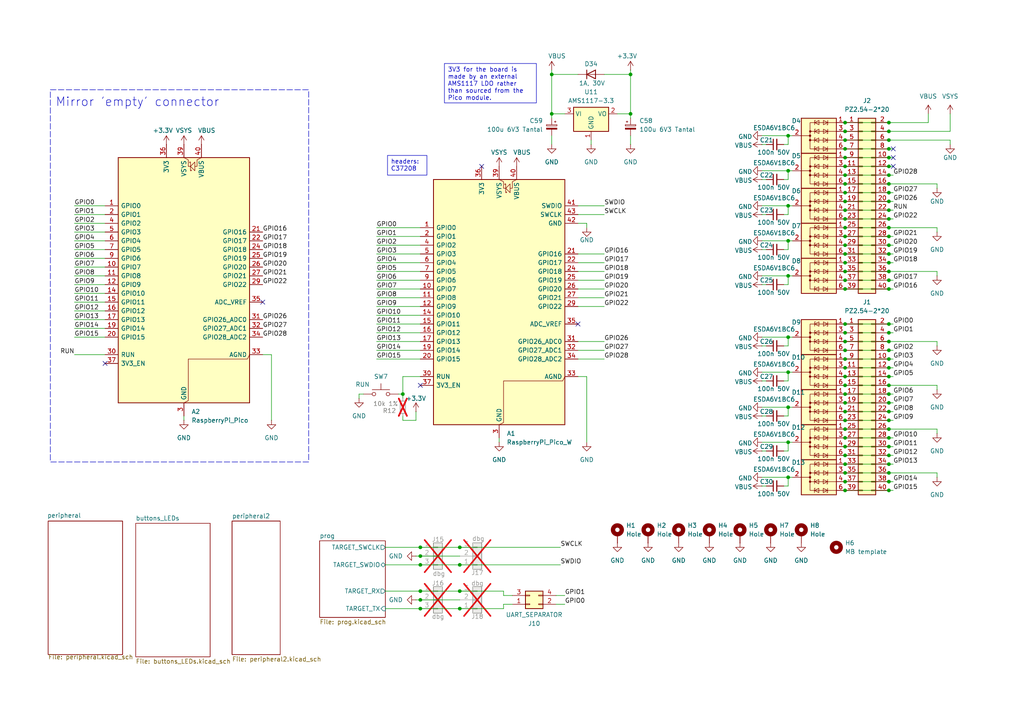
<source format=kicad_sch>
(kicad_sch (version 20231120) (generator "eeschema") (generator_version "8.0")
  (paper "A4")
  (junction (at 245.11 132.08))
  (junction (at 133.35 171.45))
  (junction (at 257.81 101.6))
  (junction (at 182.88 33.02))
  (junction (at 257.81 71.12))
  (junction (at 257.81 121.92))
  (junction (at 182.88 21.59))
  (junction (at 228.6 69.85))
  (junction (at 245.11 114.3))
  (junction (at 257.81 119.38))
  (junction (at 257.81 53.34))
  (junction (at 245.11 124.46))
  (junction (at 257.81 63.5))
  (junction (at 257.81 83.82))
  (junction (at 133.35 163.83))
  (junction (at 245.11 66.04))
  (junction (at 121.92 171.45))
  (junction (at 245.11 139.7))
  (junction (at 228.6 59.69))
  (junction (at 121.92 158.75))
  (junction (at 257.81 93.98))
  (junction (at 121.92 173.99))
  (junction (at 245.11 116.84))
  (junction (at 257.81 137.16))
  (junction (at 257.81 43.18))
  (junction (at 257.81 78.74))
  (junction (at 228.6 80.01))
  (junction (at 245.11 83.82))
  (junction (at 245.11 119.38))
  (junction (at 245.11 55.88))
  (junction (at 160.02 21.59))
  (junction (at 257.81 73.66))
  (junction (at 245.11 38.1))
  (junction (at 257.81 99.06))
  (junction (at 133.35 176.53))
  (junction (at 257.81 139.7))
  (junction (at 257.81 106.68))
  (junction (at 257.81 96.52))
  (junction (at 257.81 124.46))
  (junction (at 245.11 104.14))
  (junction (at 257.81 114.3))
  (junction (at 257.81 45.72))
  (junction (at 257.81 55.88))
  (junction (at 228.6 49.53))
  (junction (at 257.81 104.14))
  (junction (at 245.11 43.18))
  (junction (at 245.11 134.62))
  (junction (at 245.11 73.66))
  (junction (at 257.81 116.84))
  (junction (at 245.11 60.96))
  (junction (at 257.81 81.28))
  (junction (at 257.81 58.42))
  (junction (at 245.11 142.24))
  (junction (at 245.11 109.22))
  (junction (at 228.6 107.95))
  (junction (at 257.81 60.96))
  (junction (at 116.84 114.3))
  (junction (at 257.81 48.26))
  (junction (at 228.6 118.11))
  (junction (at 257.81 109.22))
  (junction (at 245.11 121.92))
  (junction (at 245.11 111.76))
  (junction (at 257.81 127))
  (junction (at 245.11 78.74))
  (junction (at 257.81 142.24))
  (junction (at 245.11 137.16))
  (junction (at 257.81 132.08))
  (junction (at 228.6 138.43))
  (junction (at 257.81 111.76))
  (junction (at 245.11 76.2))
  (junction (at 257.81 35.56))
  (junction (at 257.81 76.2))
  (junction (at 160.02 33.02))
  (junction (at 228.6 39.37))
  (junction (at 257.81 40.64))
  (junction (at 245.11 106.68))
  (junction (at 257.81 50.8))
  (junction (at 245.11 99.06))
  (junction (at 245.11 40.64))
  (junction (at 245.11 127))
  (junction (at 228.6 97.79))
  (junction (at 245.11 35.56))
  (junction (at 245.11 63.5))
  (junction (at 228.6 128.27))
  (junction (at 245.11 129.54))
  (junction (at 121.92 176.53))
  (junction (at 133.35 158.75))
  (junction (at 257.81 134.62))
  (junction (at 245.11 68.58))
  (junction (at 245.11 48.26))
  (junction (at 245.11 81.28))
  (junction (at 245.11 93.98))
  (junction (at 121.92 161.29))
  (junction (at 245.11 53.34))
  (junction (at 245.11 101.6))
  (junction (at 245.11 96.52))
  (junction (at 245.11 58.42))
  (junction (at 245.11 45.72))
  (junction (at 245.11 50.8))
  (junction (at 257.81 68.58))
  (junction (at 257.81 129.54))
  (junction (at 245.11 71.12))
  (junction (at 121.92 163.83))
  (junction (at 257.81 38.1))
  (junction (at 257.81 66.04))
  (no_connect (at 121.92 111.76))
  (no_connect (at 76.2 87.63))
  (no_connect (at 139.7 48.26))
  (no_connect (at 167.64 93.98))
  (no_connect (at 259.08 43.18))
  (no_connect (at 259.08 48.26))
  (no_connect (at 259.08 45.72))
  (no_connect (at 30.48 105.41))
  (wire (pts (xy 111.76 163.83) (xy 121.92 163.83)))
  (wire (pts (xy 220.98 107.95) (xy 228.6 107.95)))
  (wire (pts (xy 220.98 128.27) (xy 228.6 128.27)))
  (wire (pts (xy 245.11 93.98) (xy 257.81 93.98)))
  (wire (pts (xy 220.98 138.43) (xy 228.6 138.43)))
  (wire (pts (xy 257.81 134.62) (xy 259.08 134.62)))
  (wire (pts (xy 245.11 38.1) (xy 257.81 38.1)))
  (wire (pts (xy 245.11 45.72) (xy 257.81 45.72)))
  (wire (pts (xy 257.81 81.28) (xy 259.08 81.28)))
  (wire (pts (xy 257.81 106.68) (xy 259.08 106.68)))
  (wire (pts (xy 146.05 175.26) (xy 148.59 175.26)))
  (wire (pts (xy 175.26 62.23) (xy 167.64 62.23)))
  (wire (pts (xy 21.59 62.23) (xy 30.48 62.23)))
  (wire (pts (xy 257.81 55.88) (xy 259.08 55.88)))
  (wire (pts (xy 245.11 40.64) (xy 257.81 40.64)))
  (wire (pts (xy 257.81 68.58) (xy 259.08 68.58)))
  (wire (pts (xy 245.11 43.18) (xy 257.81 43.18)))
  (wire (pts (xy 160.02 21.59) (xy 160.02 33.02)))
  (wire (pts (xy 245.11 137.16) (xy 257.81 137.16)))
  (wire (pts (xy 257.81 109.22) (xy 259.08 109.22)))
  (wire (pts (xy 228.6 52.07) (xy 228.6 49.53)))
  (wire (pts (xy 21.59 59.69) (xy 30.48 59.69)))
  (wire (pts (xy 220.98 52.07) (xy 222.25 52.07)))
  (wire (pts (xy 228.6 100.33) (xy 228.6 97.79)))
  (wire (pts (xy 257.81 73.66) (xy 259.08 73.66)))
  (wire (pts (xy 109.22 83.82) (xy 121.92 83.82)))
  (wire (pts (xy 220.98 39.37) (xy 228.6 39.37)))
  (wire (pts (xy 245.11 96.52) (xy 257.81 96.52)))
  (wire (pts (xy 257.81 119.38) (xy 259.08 119.38)))
  (wire (pts (xy 257.81 99.06) (xy 271.78 99.06)))
  (wire (pts (xy 228.6 118.11) (xy 229.87 118.11)))
  (wire (pts (xy 228.6 69.85) (xy 229.87 69.85)))
  (wire (pts (xy 78.74 102.87) (xy 76.2 102.87)))
  (wire (pts (xy 245.11 63.5) (xy 257.81 63.5)))
  (wire (pts (xy 245.11 78.74) (xy 257.81 78.74)))
  (wire (pts (xy 115.57 114.3) (xy 116.84 114.3)))
  (wire (pts (xy 170.18 64.77) (xy 167.64 64.77)))
  (wire (pts (xy 21.59 77.47) (xy 30.48 77.47)))
  (wire (pts (xy 220.98 100.33) (xy 222.25 100.33)))
  (wire (pts (xy 220.98 49.53) (xy 228.6 49.53)))
  (wire (pts (xy 245.11 83.82) (xy 257.81 83.82)))
  (wire (pts (xy 245.11 132.08) (xy 257.81 132.08)))
  (wire (pts (xy 182.88 39.37) (xy 182.88 41.91)))
  (wire (pts (xy 228.6 107.95) (xy 229.87 107.95)))
  (wire (pts (xy 109.22 96.52) (xy 121.92 96.52)))
  (wire (pts (xy 179.07 33.02) (xy 182.88 33.02)))
  (wire (pts (xy 245.11 114.3) (xy 257.81 114.3)))
  (wire (pts (xy 245.11 116.84) (xy 257.81 116.84)))
  (wire (pts (xy 146.05 176.53) (xy 146.05 175.26)))
  (wire (pts (xy 220.98 130.81) (xy 222.25 130.81)))
  (wire (pts (xy 245.11 111.76) (xy 257.81 111.76)))
  (wire (pts (xy 245.11 66.04) (xy 257.81 66.04)))
  (wire (pts (xy 228.6 128.27) (xy 229.87 128.27)))
  (wire (pts (xy 21.59 102.87) (xy 30.48 102.87)))
  (wire (pts (xy 257.81 38.1) (xy 275.59 38.1)))
  (wire (pts (xy 227.33 120.65) (xy 228.6 120.65)))
  (wire (pts (xy 271.78 78.74) (xy 271.78 80.01)))
  (wire (pts (xy 245.11 109.22) (xy 257.81 109.22)))
  (wire (pts (xy 220.98 97.79) (xy 228.6 97.79)))
  (wire (pts (xy 245.11 142.24) (xy 257.81 142.24)))
  (wire (pts (xy 228.6 39.37) (xy 229.87 39.37)))
  (wire (pts (xy 245.11 127) (xy 257.81 127)))
  (wire (pts (xy 257.81 58.42) (xy 259.08 58.42)))
  (wire (pts (xy 228.6 138.43) (xy 229.87 138.43)))
  (wire (pts (xy 21.59 90.17) (xy 30.48 90.17)))
  (wire (pts (xy 133.35 158.75) (xy 162.56 158.75)))
  (wire (pts (xy 257.81 45.72) (xy 259.08 45.72)))
  (wire (pts (xy 228.6 72.39) (xy 228.6 69.85)))
  (wire (pts (xy 245.11 139.7) (xy 257.81 139.7)))
  (wire (pts (xy 271.78 53.34) (xy 271.78 54.61)))
  (wire (pts (xy 228.6 130.81) (xy 228.6 128.27)))
  (wire (pts (xy 228.6 59.69) (xy 229.87 59.69)))
  (wire (pts (xy 120.65 161.29) (xy 121.92 161.29)))
  (wire (pts (xy 271.78 66.04) (xy 271.78 67.31)))
  (wire (pts (xy 170.18 109.22) (xy 167.64 109.22)))
  (wire (pts (xy 275.59 40.64) (xy 275.59 41.91)))
  (wire (pts (xy 228.6 41.91) (xy 228.6 39.37)))
  (wire (pts (xy 121.92 158.75) (xy 133.35 158.75)))
  (wire (pts (xy 257.81 127) (xy 259.08 127)))
  (wire (pts (xy 109.22 66.04) (xy 121.92 66.04)))
  (wire (pts (xy 228.6 80.01) (xy 229.87 80.01)))
  (wire (pts (xy 104.14 115.57) (xy 104.14 114.3)))
  (wire (pts (xy 111.76 171.45) (xy 121.92 171.45)))
  (wire (pts (xy 245.11 124.46) (xy 257.81 124.46)))
  (wire (pts (xy 269.24 35.56) (xy 269.24 33.02)))
  (wire (pts (xy 227.33 52.07) (xy 228.6 52.07)))
  (wire (pts (xy 109.22 73.66) (xy 121.92 73.66)))
  (wire (pts (xy 245.11 71.12) (xy 257.81 71.12)))
  (wire (pts (xy 144.78 127) (xy 144.78 128.27)))
  (wire (pts (xy 257.81 78.74) (xy 271.78 78.74)))
  (wire (pts (xy 160.02 21.59) (xy 167.64 21.59)))
  (wire (pts (xy 257.81 96.52) (xy 259.08 96.52)))
  (wire (pts (xy 220.98 41.91) (xy 222.25 41.91)))
  (wire (pts (xy 227.33 41.91) (xy 228.6 41.91)))
  (wire (pts (xy 109.22 99.06) (xy 121.92 99.06)))
  (wire (pts (xy 257.81 142.24) (xy 259.08 142.24)))
  (wire (pts (xy 116.84 121.92) (xy 120.65 121.92)))
  (wire (pts (xy 167.64 81.28) (xy 175.26 81.28)))
  (wire (pts (xy 175.26 59.69) (xy 167.64 59.69)))
  (wire (pts (xy 257.81 83.82) (xy 259.08 83.82)))
  (wire (pts (xy 220.98 82.55) (xy 222.25 82.55)))
  (wire (pts (xy 167.64 104.14) (xy 175.26 104.14)))
  (wire (pts (xy 227.33 100.33) (xy 228.6 100.33)))
  (wire (pts (xy 111.76 176.53) (xy 121.92 176.53)))
  (wire (pts (xy 245.11 106.68) (xy 257.81 106.68)))
  (wire (pts (xy 116.84 120.65) (xy 116.84 121.92)))
  (wire (pts (xy 167.64 88.9) (xy 175.26 88.9)))
  (wire (pts (xy 133.35 163.83) (xy 162.56 163.83)))
  (wire (pts (xy 21.59 64.77) (xy 30.48 64.77)))
  (wire (pts (xy 111.76 158.75) (xy 121.92 158.75)))
  (wire (pts (xy 257.81 124.46) (xy 271.78 124.46)))
  (wire (pts (xy 21.59 74.93) (xy 30.48 74.93)))
  (wire (pts (xy 121.92 173.99) (xy 133.35 173.99)))
  (wire (pts (xy 104.14 114.3) (xy 105.41 114.3)))
  (wire (pts (xy 257.81 66.04) (xy 271.78 66.04)))
  (wire (pts (xy 228.6 140.97) (xy 228.6 138.43)))
  (wire (pts (xy 257.81 60.96) (xy 259.08 60.96)))
  (wire (pts (xy 167.64 83.82) (xy 175.26 83.82)))
  (wire (pts (xy 220.98 69.85) (xy 228.6 69.85)))
  (wire (pts (xy 245.11 53.34) (xy 257.81 53.34)))
  (wire (pts (xy 257.81 40.64) (xy 275.59 40.64)))
  (wire (pts (xy 228.6 97.79) (xy 229.87 97.79)))
  (wire (pts (xy 257.81 132.08) (xy 259.08 132.08)))
  (wire (pts (xy 227.33 140.97) (xy 228.6 140.97)))
  (wire (pts (xy 160.02 33.02) (xy 163.83 33.02)))
  (wire (pts (xy 245.11 104.14) (xy 257.81 104.14)))
  (wire (pts (xy 167.64 73.66) (xy 175.26 73.66)))
  (wire (pts (xy 109.22 104.14) (xy 121.92 104.14)))
  (wire (pts (xy 120.65 119.38) (xy 120.65 121.92)))
  (wire (pts (xy 245.11 134.62) (xy 257.81 134.62)))
  (wire (pts (xy 228.6 120.65) (xy 228.6 118.11)))
  (wire (pts (xy 109.22 78.74) (xy 121.92 78.74)))
  (wire (pts (xy 271.78 137.16) (xy 271.78 138.43)))
  (wire (pts (xy 271.78 124.46) (xy 271.78 125.73)))
  (wire (pts (xy 271.78 99.06) (xy 271.78 100.33)))
  (wire (pts (xy 257.81 104.14) (xy 259.08 104.14)))
  (wire (pts (xy 109.22 101.6) (xy 121.92 101.6)))
  (wire (pts (xy 257.81 114.3) (xy 259.08 114.3)))
  (wire (pts (xy 257.81 53.34) (xy 271.78 53.34)))
  (wire (pts (xy 167.64 86.36) (xy 175.26 86.36)))
  (wire (pts (xy 109.22 76.2) (xy 121.92 76.2)))
  (wire (pts (xy 245.11 73.66) (xy 257.81 73.66)))
  (wire (pts (xy 167.64 101.6) (xy 175.26 101.6)))
  (wire (pts (xy 220.98 80.01) (xy 228.6 80.01)))
  (wire (pts (xy 257.81 35.56) (xy 269.24 35.56)))
  (wire (pts (xy 257.81 121.92) (xy 259.08 121.92)))
  (wire (pts (xy 245.11 81.28) (xy 257.81 81.28)))
  (wire (pts (xy 160.02 39.37) (xy 160.02 41.91)))
  (wire (pts (xy 245.11 55.88) (xy 257.81 55.88)))
  (wire (pts (xy 182.88 33.02) (xy 182.88 34.29)))
  (wire (pts (xy 78.74 121.92) (xy 78.74 102.87)))
  (wire (pts (xy 161.29 172.72) (xy 163.83 172.72)))
  (wire (pts (xy 121.92 163.83) (xy 133.35 163.83)))
  (wire (pts (xy 160.02 33.02) (xy 160.02 34.29)))
  (wire (pts (xy 227.33 72.39) (xy 228.6 72.39)))
  (wire (pts (xy 109.22 91.44) (xy 121.92 91.44)))
  (wire (pts (xy 271.78 111.76) (xy 271.78 113.03)))
  (wire (pts (xy 245.11 76.2) (xy 257.81 76.2)))
  (wire (pts (xy 220.98 59.69) (xy 228.6 59.69)))
  (wire (pts (xy 161.29 175.26) (xy 163.83 175.26)))
  (wire (pts (xy 245.11 60.96) (xy 257.81 60.96)))
  (wire (pts (xy 257.81 43.18) (xy 259.08 43.18)))
  (wire (pts (xy 21.59 82.55) (xy 30.48 82.55)))
  (wire (pts (xy 245.11 101.6) (xy 257.81 101.6)))
  (wire (pts (xy 121.92 171.45) (xy 133.35 171.45)))
  (wire (pts (xy 116.84 114.3) (xy 116.84 115.57)))
  (wire (pts (xy 275.59 33.02) (xy 275.59 38.1)))
  (wire (pts (xy 109.22 88.9) (xy 121.92 88.9)))
  (wire (pts (xy 121.92 176.53) (xy 133.35 176.53)))
  (wire (pts (xy 228.6 82.55) (xy 228.6 80.01)))
  (wire (pts (xy 228.6 62.23) (xy 228.6 59.69)))
  (wire (pts (xy 109.22 71.12) (xy 121.92 71.12)))
  (wire (pts (xy 227.33 62.23) (xy 228.6 62.23)))
  (wire (pts (xy 245.11 121.92) (xy 257.81 121.92)))
  (wire (pts (xy 21.59 92.71) (xy 30.48 92.71)))
  (wire (pts (xy 245.11 68.58) (xy 257.81 68.58)))
  (wire (pts (xy 109.22 68.58) (xy 121.92 68.58)))
  (wire (pts (xy 257.81 48.26) (xy 259.08 48.26)))
  (wire (pts (xy 245.11 50.8) (xy 257.81 50.8)))
  (wire (pts (xy 220.98 140.97) (xy 222.25 140.97)))
  (wire (pts (xy 182.88 21.59) (xy 182.88 20.32)))
  (wire (pts (xy 21.59 80.01) (xy 30.48 80.01)))
  (wire (pts (xy 245.11 48.26) (xy 257.81 48.26)))
  (wire (pts (xy 21.59 67.31) (xy 30.48 67.31)))
  (wire (pts (xy 257.81 50.8) (xy 259.08 50.8)))
  (wire (pts (xy 160.02 20.32) (xy 160.02 21.59)))
  (wire (pts (xy 21.59 95.25) (xy 30.48 95.25)))
  (wire (pts (xy 133.35 176.53) (xy 146.05 176.53)))
  (wire (pts (xy 257.81 129.54) (xy 259.08 129.54)))
  (wire (pts (xy 175.26 21.59) (xy 182.88 21.59)))
  (wire (pts (xy 167.64 78.74) (xy 175.26 78.74)))
  (wire (pts (xy 227.33 110.49) (xy 228.6 110.49)))
  (wire (pts (xy 257.81 71.12) (xy 259.08 71.12)))
  (wire (pts (xy 245.11 58.42) (xy 257.81 58.42)))
  (wire (pts (xy 257.81 139.7) (xy 259.08 139.7)))
  (wire (pts (xy 120.65 173.99) (xy 121.92 173.99)))
  (wire (pts (xy 228.6 110.49) (xy 228.6 107.95)))
  (wire (pts (xy 257.81 63.5) (xy 259.08 63.5)))
  (wire (pts (xy 133.35 171.45) (xy 146.05 171.45)))
  (wire (pts (xy 21.59 85.09) (xy 30.48 85.09)))
  (wire (pts (xy 116.84 109.22) (xy 121.92 109.22)))
  (wire (pts (xy 228.6 49.53) (xy 229.87 49.53)))
  (wire (pts (xy 21.59 72.39) (xy 30.48 72.39)))
  (wire (pts (xy 146.05 171.45) (xy 146.05 172.72)))
  (wire (pts (xy 220.98 110.49) (xy 222.25 110.49)))
  (wire (pts (xy 109.22 86.36) (xy 121.92 86.36)))
  (wire (pts (xy 245.11 119.38) (xy 257.81 119.38)))
  (wire (pts (xy 21.59 69.85) (xy 30.48 69.85)))
  (wire (pts (xy 146.05 172.72) (xy 148.59 172.72)))
  (wire (pts (xy 227.33 130.81) (xy 228.6 130.81)))
  (wire (pts (xy 109.22 93.98) (xy 121.92 93.98)))
  (wire (pts (xy 167.64 76.2) (xy 175.26 76.2)))
  (wire (pts (xy 245.11 99.06) (xy 257.81 99.06)))
  (wire (pts (xy 257.81 93.98) (xy 259.08 93.98)))
  (wire (pts (xy 21.59 87.63) (xy 30.48 87.63)))
  (wire (pts (xy 220.98 62.23) (xy 222.25 62.23)))
  (wire (pts (xy 109.22 81.28) (xy 121.92 81.28)))
  (wire (pts (xy 182.88 33.02) (xy 182.88 21.59)))
  (wire (pts (xy 171.45 40.64) (xy 171.45 41.91)))
  (wire (pts (xy 121.92 161.29) (xy 133.35 161.29)))
  (wire (pts (xy 53.34 120.65) (xy 53.34 121.92)))
  (wire (pts (xy 170.18 128.27) (xy 170.18 109.22)))
  (wire (pts (xy 167.64 99.06) (xy 175.26 99.06)))
  (wire (pts (xy 170.18 66.04) (xy 170.18 64.77)))
  (wire (pts (xy 257.81 101.6) (xy 259.08 101.6)))
  (wire (pts (xy 245.11 35.56) (xy 257.81 35.56)))
  (wire (pts (xy 116.84 109.22) (xy 116.84 114.3)))
  (wire (pts (xy 21.59 97.79) (xy 30.48 97.79)))
  (wire (pts (xy 220.98 118.11) (xy 228.6 118.11)))
  (wire (pts (xy 227.33 82.55) (xy 228.6 82.55)))
  (wire (pts (xy 245.11 129.54) (xy 257.81 129.54)))
  (wire (pts (xy 220.98 72.39) (xy 222.25 72.39)))
  (wire (pts (xy 257.81 137.16) (xy 271.78 137.16)))
  (wire (pts (xy 220.98 120.65) (xy 222.25 120.65)))
  (wire (pts (xy 257.81 111.76) (xy 271.78 111.76)))
  (wire (pts (xy 257.81 76.2) (xy 259.08 76.2)))
  (wire (pts (xy 257.81 116.84) (xy 259.08 116.84)))
  (rectangle (start 14.605 26.035) (end 89.535 133.985) (stroke (width 0) (type dash)))
  (text_box "3V3 for the board is made by an external AMS1117 LDO rather than sourced from the Pico module." (at 128.905 18.415 0) (size 26.67 11.43) (effects (font (size 1.27 1.27)) (justify left top)))
  (text_box "headers: \nC37208" (at 112.395 45.085 0) (size 11.43 5.715) (effects (font (size 1.27 1.27)) (justify left top)))
  (text "Mirror 'empty' connector" (at 39.878 29.718 0) (effects (font (size 2.54 2.54))))
  (label "GPIO20" (at 259.08 71.12 0))
  (label "GPIO27" (at 259.08 55.88 0))
  (label "GPIO3" (at 109.22 73.66 0))
  (label "GPIO28" (at 259.08 50.8 0))
  (label "GPIO13" (at 259.08 134.62 0))
  (label "GPIO19" (at 76.2 74.93 0))
  (label "GPIO8" (at 109.22 86.36 0))
  (label "GPIO5" (at 109.22 78.74 0))
  (label "GPIO1" (at 259.08 96.52 0))
  (label "GPIO3" (at 21.59 67.31 0))
  (label "GPIO12" (at 21.59 90.17 0))
  (label "GPIO17" (at 76.2 69.85 0))
  (label "GPIO3" (at 259.08 104.14 0))
  (label "GPIO11" (at 21.59 87.63 0))
  (label "GPIO26" (at 175.26 99.06 0))
  (label "GPIO19" (at 175.26 81.28 0))
  (label "GPIO21" (at 175.26 86.36 0))
  (label "GPIO16" (at 76.2 67.31 0))
  (label "GPIO27" (at 76.2 95.25 0))
  (label "GPIO7" (at 21.59 77.47 0))
  (label "GPIO1" (at 163.83 172.72 0))
  (label "GPIO4" (at 109.22 76.2 0))
  (label "GPIO16" (at 175.26 73.66 0))
  (label "GPIO26" (at 76.2 92.71 0))
  (label "GPIO2" (at 109.22 71.12 0))
  (label "GPIO15" (at 259.08 142.24 0))
  (label "GPIO1" (at 21.59 62.23 0))
  (label "SWCLK" (at 175.26 62.23 0))
  (label "GPIO14" (at 109.22 101.6 0))
  (label "GPIO0" (at 259.08 93.98 0))
  (label "RUN" (at 259.08 60.96 0))
  (label "GPIO17" (at 259.08 81.28 0))
  (label "GPIO15" (at 109.22 104.14 0))
  (label "GPIO5" (at 259.08 109.22 0))
  (label "GPIO4" (at 259.08 106.68 0))
  (label "SWDIO" (at 162.56 163.83 0))
  (label "GPIO7" (at 259.08 116.84 0))
  (label "GPIO20" (at 175.26 83.82 0))
  (label "GPIO18" (at 175.26 78.74 0))
  (label "SWDIO" (at 175.26 59.69 0))
  (label "GPIO0" (at 109.22 66.04 0))
  (label "GPIO0" (at 21.59 59.69 0))
  (label "GPIO2" (at 259.08 101.6 0))
  (label "GPIO1" (at 109.22 68.58 0))
  (label "GPIO13" (at 109.22 99.06 0))
  (label "GPIO9" (at 21.59 82.55 0))
  (label "GPIO2" (at 21.59 64.77 0))
  (label "GPIO6" (at 259.08 114.3 0))
  (label "GPIO10" (at 21.59 85.09 0))
  (label "GPIO28" (at 76.2 97.79 0))
  (label "GPIO22" (at 175.26 88.9 0))
  (label "GPIO16" (at 259.08 83.82 0))
  (label "GPIO11" (at 109.22 93.98 0))
  (label "GPIO20" (at 76.2 77.47 0))
  (label "SWCLK" (at 162.56 158.75 0))
  (label "GPIO21" (at 259.08 68.58 0))
  (label "RUN" (at 21.59 102.87 180))
  (label "GPIO19" (at 259.08 73.66 0))
  (label "GPIO11" (at 259.08 129.54 0))
  (label "GPIO12" (at 259.08 132.08 0))
  (label "GPIO18" (at 76.2 72.39 0))
  (label "GPIO14" (at 21.59 95.25 0))
  (label "GPIO17" (at 175.26 76.2 0))
  (label "GPIO22" (at 76.2 82.55 0))
  (label "GPIO6" (at 109.22 81.28 0))
  (label "GPIO21" (at 76.2 80.01 0))
  (label "GPIO14" (at 259.08 139.7 0))
  (label "GPIO10" (at 259.08 127 0))
  (label "GPIO4" (at 21.59 69.85 0))
  (label "GPIO15" (at 21.59 97.79 0))
  (label "GPIO12" (at 109.22 96.52 0))
  (label "GPIO0" (at 163.83 175.26 0))
  (label "GPIO18" (at 259.08 76.2 0))
  (label "GPIO8" (at 259.08 119.38 0))
  (label "GPIO6" (at 21.59 74.93 0))
  (label "GPIO26" (at 259.08 58.42 0))
  (label "GPIO13" (at 21.59 92.71 0))
  (label "GPIO9" (at 109.22 88.9 0))
  (label "GPIO7" (at 109.22 83.82 0))
  (label "GPIO9" (at 259.08 121.92 0))
  (label "GPIO10" (at 109.22 91.44 0))
  (label "GPIO27" (at 175.26 101.6 0))
  (label "GPIO22" (at 259.08 63.5 0))
  (label "GPIO8" (at 21.59 80.01 0))
  (label "GPIO5" (at 21.59 72.39 0))
  (label "GPIO28" (at 175.26 104.14 0))
  (symbol (lib_id "Mechanical:MountingHole_Pad") (at 187.96 154.94 0) (unit 1) (exclude_from_sim yes) (in_bom no)
    (property "Reference" "H2" (at 190.5 152.3999 0) (effects (justify left)))
    (property "Value" "Hole" (at 190.5 154.9399 0) (effects (justify left)))
    (property "Footprint" "MountingHole:MountingHole_3.2mm_M3_Pad_Via" (effects (hide yes)))
    (property "Description" "Mounting Hole with connection" (effects (hide yes)))
  )
  (symbol (lib_id "Connector_Generic:Conn_02x20_Odd_Even") (at 250.19 58.42 0) (unit 1)
    (property "Reference" "J2" (at 251.46 29.21 0))
    (property "Value" "PZ2.54-2*20" (at 251.46 31.75 0))
    (property "Footprint" "Connector_PinHeader_2.54mm:PinHeader_2x20_P2.54mm_Vertical" (effects (hide yes)))
    (property "Description" "Generic connector, double row, 02x20, odd/even pin numbering scheme (row 1 odd numbers, row 2 even numbers), script generated (kicad-library-utils/schlib/autogen/connector/)" (effects (hide yes)))
    (property "jlc" "C5224014" (effects (hide yes)))
  )
  (symbol (lib_id "power:GND") (at 53.34 121.92 0) (unit 1)
    (property "Reference" "#PWR025" (effects (hide yes)))
    (property "Value" "GND" (at 53.34 127 0))
    (property "Description" "Power symbol creates a global label with name \"GND\" , ground" (effects (hide yes)))
  )
  (symbol (lib_id "MCU_Module_RaspberryPi_Pico:RaspberryPi_Pico") (at 53.34 82.55 0) (unit 1)
    (property "Reference" "A2" (at 55.5341 119.38 0) (effects (justify left)))
    (property "Value" "RaspberryPi_Pico" (at 55.5341 121.92 0) (effects (justify left)))
    (property "Footprint" "Module_RaspberryPi_Pico:RaspberryPi_Pico_Common" (effects (hide yes)))
    (property "Datasheet" "https://datasheets.raspberrypi.com/pico/pico-datasheet.pdf" (effects (hide yes)))
    (property "Description" "Versatile and inexpensive microcontroller module powered by RP2040 dual-core Arm Cortex-M0+ processor up to 133 MHz, 264kB SRAM, 2MB QSPI flash" (effects (hide yes)))
  )
  (symbol (lib_id "MCU_Module_RaspberryPi_Pico:RaspberryPi_Pico_W") (at 144.78 88.9 0) (unit 1) (in_bom no)
    (property "Reference" "A1" (at 146.9741 125.73 0) (effects (justify left)))
    (property "Value" "RaspberryPi_Pico_W" (at 146.9741 128.27 0) (effects (justify left)))
    (property "Footprint" "Module_RaspberryPi_Pico:RaspberryPi_Pico_Common" (effects (hide yes)))
    (property "Datasheet" "https://datasheets.raspberrypi.com/picow/pico-w-datasheet.pdf" (effects (hide yes)))
    (property "Description" "Versatile and inexpensive wireless microcontroller module powered by RP2040 dual-core Arm Cortex-M0+ processor up to 133 MHz, 264kB SRAM, 2MB QSPI flash, Infineon CYW43439 2.4GHz 802.11n wireless LAN" (effects (hide yes)))
  )
  (symbol (lib_name "ESDA6V1BC6_1") (lib_id "Power_Protection:ESDA6V1BC6") (at 237.49 107.95 270) (unit 1)
    (property "Reference" "D10" (at 229.616 103.632 90) (effects (justify left)))
    (property "Value" "ESDA6V1BC6" (at 218.44 105.664 90) (effects (justify left)))
    (property "Footprint" "Package_TO_SOT_SMD:SOT-23-6" (effects (hide yes)))
    (property "Datasheet" "http://www.st.com/content/ccc/resource/technical/document/datasheet/21/07/21/e3/a8/df/42/a2/CD00001906.pdf/files/CD00001906.pdf/jcr:content/translations/en.CD00001906.pdf" (effects (hide yes)))
    (property "M" "ST" (effects (hide yes)))
    (property "MPN" "ESDA6V1BC6" (effects (hide yes)))
    (property "jlc" "C495220" (effects (hide yes)))
  )
  (symbol (lib_id "Connector_Generic:Conn_01x03") (at 138.43 161.29 0) (mirror x) (unit 1) (dnp yes)
    (property "Reference" "J17" (at 136.652 166.116 0) (effects (justify left)))
    (property "Value" "dbg" (at 136.906 156.21 0) (effects (justify left)))
    (property "Footprint" "Connector_JST:JST_SH_BM03B-SRSS-TB_1x03-1MP_P1.00mm_Vertical" (effects (hide yes)))
    (property "Description" "Generic connector, single row, 01x03, script generated (kicad-library-utils/schlib/autogen/connector/)" (effects (hide yes)))
  )
  (symbol (lib_id "power:GND") (at 271.78 113.03 0) (unit 1)
    (property "Reference" "#PWR02" (effects (hide yes)))
    (property "Value" "GND" (at 271.78 118.11 0))
    (property "Description" "Power symbol creates a global label with name \"GND\" , ground" (effects (hide yes)))
  )
  (symbol (lib_id "Mechanical:MountingHole_Pad") (at 223.52 154.94 0) (unit 1) (exclude_from_sim yes) (in_bom no)
    (property "Reference" "H7" (at 226.06 152.3999 0) (effects (justify left)))
    (property "Value" "Hole" (at 226.06 154.9399 0) (effects (justify left)))
    (property "Footprint" "MountingHole:MountingHole_3.2mm_M3_Pad_Via" (effects (hide yes)))
    (property "Description" "Mounting Hole with connection" (effects (hide yes)))
  )
  (symbol (lib_id "Device:C_Small") (at 224.79 82.55 90) (unit 1)
    (property "Reference" "C25" (at 224.282 81.28 90) (effects (justify left)))
    (property "Value" "100n 50V" (at 229.108 84.836 90) (effects (justify left)))
    (property "Footprint" "Capacitor_SMD:C_0603_1608Metric_Pad1.08x0.95mm_HandSolder" (effects (hide yes)))
  )
  (symbol (lib_id "Device:C_Polarized_Small") (at 182.88 36.83 0) (unit 1)
    (property "Reference" "C58" (at 185.42 35.0138 0) (effects (justify left)))
    (property "Value" "100u 6V3 Tantal" (at 185.42 37.5538 0) (effects (justify left)))
    (property "Footprint" "Capacitor_Tantalum_SMD:CP_EIA-3528-21_Kemet-B_Pad1.50x2.35mm_HandSolder" (effects (hide yes)))
    (property "Description" "Polarized capacitor, small symbol" (effects (hide yes)))
    (property "jlc" "C16133" (effects (hide yes)))
  )
  (symbol (lib_name "ESDA6V1BC6_1") (lib_id "Power_Protection:ESDA6V1BC6") (at 237.49 118.11 270) (unit 1)
    (property "Reference" "D11" (at 229.616 113.792 90) (effects (justify left)))
    (property "Value" "ESDA6V1BC6" (at 218.44 115.824 90) (effects (justify left)))
    (property "Footprint" "Package_TO_SOT_SMD:SOT-23-6" (effects (hide yes)))
    (property "Datasheet" "http://www.st.com/content/ccc/resource/technical/document/datasheet/21/07/21/e3/a8/df/42/a2/CD00001906.pdf/files/CD00001906.pdf/jcr:content/translations/en.CD00001906.pdf" (effects (hide yes)))
    (property "M" "ST" (effects (hide yes)))
    (property "MPN" "ESDA6V1BC6" (effects (hide yes)))
    (property "jlc" "C495220" (effects (hide yes)))
  )
  (symbol (lib_id "power:GND") (at 144.78 128.27 0) (unit 1)
    (property "Reference" "#PWR05" (effects (hide yes)))
    (property "Value" "GND" (at 144.78 133.35 0))
    (property "Description" "Power symbol creates a global label with name \"GND\" , ground" (effects (hide yes)))
  )
  (symbol (lib_id "Device:C_Small") (at 224.79 100.33 90) (unit 1)
    (property "Reference" "C26" (at 224.282 99.06 90) (effects (justify left)))
    (property "Value" "100n 50V" (at 229.108 102.616 90) (effects (justify left)))
    (property "Footprint" "Capacitor_SMD:C_0603_1608Metric_Pad1.08x0.95mm_HandSolder" (effects (hide yes)))
  )
  (symbol (lib_id "Device:C_Small") (at 224.79 110.49 90) (unit 1)
    (property "Reference" "C27" (at 224.282 109.22 90) (effects (justify left)))
    (property "Value" "100n 50V" (at 229.108 112.776 90) (effects (justify left)))
    (property "Footprint" "Capacitor_SMD:C_0603_1608Metric_Pad1.08x0.95mm_HandSolder" (effects (hide yes)))
  )
  (symbol (lib_id "power:VBUS") (at 220.98 72.39 90) (unit 1)
    (property "Reference" "#PWR078" (effects (hide yes)))
    (property "Value" "VBUS" (at 215.646 72.644 90))
    (property "Description" "Power symbol creates a global label with name \"VBUS\"" (effects (hide yes)))
  )
  (symbol (lib_name "ESDA6V1BC6_1") (lib_id "Power_Protection:ESDA6V1BC6") (at 237.49 80.01 270) (unit 1)
    (property "Reference" "D8" (at 229.616 75.692 90) (effects (justify left)))
    (property "Value" "ESDA6V1BC6" (at 218.44 77.724 90) (effects (justify left)))
    (property "Footprint" "Package_TO_SOT_SMD:SOT-23-6" (effects (hide yes)))
    (property "Datasheet" "http://www.st.com/content/ccc/resource/technical/document/datasheet/21/07/21/e3/a8/df/42/a2/CD00001906.pdf/files/CD00001906.pdf/jcr:content/translations/en.CD00001906.pdf" (effects (hide yes)))
    (property "M" "ST" (effects (hide yes)))
    (property "MPN" "ESDA6V1BC6" (effects (hide yes)))
    (property "jlc" "C495220" (effects (hide yes)))
  )
  (symbol (lib_id "power:VBUS") (at 149.86 48.26 0) (unit 1)
    (property "Reference" "#PWR013" (effects (hide yes)))
    (property "Value" "VBUS" (at 151.384 44.196 0))
    (property "Description" "Power symbol creates a global label with name \"VBUS\"" (effects (hide yes)))
  )
  (symbol (lib_id "power:GND") (at 179.07 157.48 0) (unit 1)
    (property "Reference" "#PWR0189" (effects (hide yes)))
    (property "Value" "GND" (at 179.07 162.56 0))
    (property "Description" "Power symbol creates a global label with name \"GND\" , ground" (effects (hide yes)))
  )
  (symbol (lib_id "power:GND") (at 78.74 121.92 0) (unit 1)
    (property "Reference" "#PWR026" (effects (hide yes)))
    (property "Value" "GND" (at 78.74 127 0))
    (property "Description" "Power symbol creates a global label with name \"GND\" , ground" (effects (hide yes)))
  )
  (symbol (lib_name "ESDA6V1BC6_1") (lib_id "Power_Protection:ESDA6V1BC6") (at 237.49 97.79 270) (unit 1)
    (property "Reference" "D9" (at 229.616 93.472 90) (effects (justify left)))
    (property "Value" "ESDA6V1BC6" (at 218.44 95.504 90) (effects (justify left)))
    (property "Footprint" "Package_TO_SOT_SMD:SOT-23-6" (effects (hide yes)))
    (property "Datasheet" "http://www.st.com/content/ccc/resource/technical/document/datasheet/21/07/21/e3/a8/df/42/a2/CD00001906.pdf/files/CD00001906.pdf/jcr:content/translations/en.CD00001906.pdf" (effects (hide yes)))
    (property "M" "ST" (effects (hide yes)))
    (property "MPN" "ESDA6V1BC6" (effects (hide yes)))
    (property "jlc" "C495220" (effects (hide yes)))
  )
  (symbol (lib_id "power:GND") (at 220.98 107.95 270) (unit 1)
    (property "Reference" "#PWR083" (effects (hide yes)))
    (property "Value" "GND" (at 216.154 108.204 90))
    (property "Description" "Power symbol creates a global label with name \"GND\" , ground" (effects (hide yes)))
  )
  (symbol (lib_id "Mechanical:MountingHole_Pad") (at 214.63 154.94 0) (unit 1) (exclude_from_sim yes) (in_bom no)
    (property "Reference" "H5" (at 217.17 152.3999 0) (effects (justify left)))
    (property "Value" "Hole" (at 217.17 154.9399 0) (effects (justify left)))
    (property "Footprint" "MountingHole:MountingHole_3.2mm_M3_Pad_Via" (effects (hide yes)))
    (property "Description" "Mounting Hole with connection" (effects (hide yes)))
  )
  (symbol (lib_name "ESDA6V1BC6_1") (lib_id "Power_Protection:ESDA6V1BC6") (at 237.49 69.85 270) (unit 1)
    (property "Reference" "D7" (at 229.616 65.532 90) (effects (justify left)))
    (property "Value" "ESDA6V1BC6" (at 218.44 67.564 90) (effects (justify left)))
    (property "Footprint" "Package_TO_SOT_SMD:SOT-23-6" (effects (hide yes)))
    (property "Datasheet" "http://www.st.com/content/ccc/resource/technical/document/datasheet/21/07/21/e3/a8/df/42/a2/CD00001906.pdf/files/CD00001906.pdf/jcr:content/translations/en.CD00001906.pdf" (effects (hide yes)))
    (property "M" "ST" (effects (hide yes)))
    (property "MPN" "ESDA6V1BC6" (effects (hide yes)))
    (property "jlc" "C495220" (effects (hide yes)))
  )
  (symbol (lib_id "power:GND") (at 160.02 41.91 0) (unit 1)
    (property "Reference" "#PWR0196" (effects (hide yes)))
    (property "Value" "GND" (at 160.02 46.99 0))
    (property "Description" "Power symbol creates a global label with name \"GND\" , ground" (effects (hide yes)))
  )
  (symbol (lib_id "power:GND") (at 120.65 161.29 270) (unit 1)
    (property "Reference" "#PWR0187" (effects (hide yes)))
    (property "Value" "GND" (at 116.84 161.2899 90) (effects (justify right)))
    (property "Description" "Power symbol creates a global label with name \"GND\" , ground" (effects (hide yes)))
  )
  (symbol (lib_id "power:VBUS") (at 220.98 120.65 90) (unit 1)
    (property "Reference" "#PWR086" (effects (hide yes)))
    (property "Value" "VBUS" (at 215.646 120.904 90))
    (property "Description" "Power symbol creates a global label with name \"VBUS\"" (effects (hide yes)))
  )
  (symbol (lib_id "Mechanical:MountingHole_Pad") (at 196.85 154.94 0) (unit 1) (exclude_from_sim yes) (in_bom no)
    (property "Reference" "H3" (at 199.39 152.3999 0) (effects (justify left)))
    (property "Value" "Hole" (at 199.39 154.9399 0) (effects (justify left)))
    (property "Footprint" "MountingHole:MountingHole_3.2mm_M3_Pad_Via" (effects (hide yes)))
    (property "Description" "Mounting Hole with connection" (effects (hide yes)))
  )
  (symbol (lib_id "Connector_Generic:Conn_01x03") (at 127 161.29 0) (unit 1) (dnp yes)
    (property "Reference" "J15" (at 125.222 156.464 0) (effects (justify left)))
    (property "Value" "dbg" (at 125.476 166.37 0) (effects (justify left)))
    (property "Footprint" "Connector_JST:JST_SH_BM03B-SRSS-TB_1x03-1MP_P1.00mm_Vertical" (effects (hide yes)))
    (property "Description" "Generic connector, single row, 01x03, script generated (kicad-library-utils/schlib/autogen/connector/)" (effects (hide yes)))
  )
  (symbol (lib_id "power:GND") (at 104.14 115.57 0) (unit 1)
    (property "Reference" "#PWR093" (effects (hide yes)))
    (property "Value" "GND" (at 104.14 120.65 0))
    (property "Description" "Power symbol creates a global label with name \"GND\" , ground" (effects (hide yes)))
  )
  (symbol (lib_id "Device:C_Small") (at 224.79 62.23 90) (unit 1)
    (property "Reference" "C23" (at 224.282 60.96 90) (effects (justify left)))
    (property "Value" "100n 50V" (at 229.108 64.516 90) (effects (justify left)))
    (property "Footprint" "Capacitor_SMD:C_0603_1608Metric_Pad1.08x0.95mm_HandSolder" (effects (hide yes)))
  )
  (symbol (lib_id "power:VBUS") (at 269.24 33.02 0) (unit 1)
    (property "Reference" "#PWR07" (effects (hide yes)))
    (property "Value" "VBUS" (at 269.24 27.94 0))
    (property "Description" "Power symbol creates a global label with name \"VBUS\"" (effects (hide yes)))
  )
  (symbol (lib_id "power:VBUS") (at 220.98 41.91 90) (unit 1)
    (property "Reference" "#PWR071" (effects (hide yes)))
    (property "Value" "VBUS" (at 215.646 42.164 90))
    (property "Description" "Power symbol creates a global label with name \"VBUS\"" (effects (hide yes)))
  )
  (symbol (lib_id "power:GND") (at 220.98 69.85 270) (unit 1)
    (property "Reference" "#PWR077" (effects (hide yes)))
    (property "Value" "GND" (at 216.154 70.104 90))
    (property "Description" "Power symbol creates a global label with name \"GND\" , ground" (effects (hide yes)))
  )
  (symbol (lib_id "power:GND") (at 220.98 97.79 270) (unit 1)
    (property "Reference" "#PWR081" (effects (hide yes)))
    (property "Value" "GND" (at 216.154 98.044 90))
    (property "Description" "Power symbol creates a global label with name \"GND\" , ground" (effects (hide yes)))
  )
  (symbol (lib_id "power:GND") (at 220.98 39.37 270) (unit 1)
    (property "Reference" "#PWR072" (effects (hide yes)))
    (property "Value" "GND" (at 216.154 39.624 90))
    (property "Description" "Power symbol creates a global label with name \"GND\" , ground" (effects (hide yes)))
  )
  (symbol (lib_id "power:GND") (at 205.74 157.48 0) (unit 1)
    (property "Reference" "#PWR0192" (effects (hide yes)))
    (property "Value" "GND" (at 205.74 162.56 0))
    (property "Description" "Power symbol creates a global label with name \"GND\" , ground" (effects (hide yes)))
  )
  (symbol (lib_name "ESDA6V1BC6_1") (lib_id "Power_Protection:ESDA6V1BC6") (at 237.49 59.69 270) (unit 1)
    (property "Reference" "D6" (at 229.616 55.372 90) (effects (justify left)))
    (property "Value" "ESDA6V1BC6" (at 218.44 57.404 90) (effects (justify left)))
    (property "Footprint" "Package_TO_SOT_SMD:SOT-23-6" (effects (hide yes)))
    (property "Datasheet" "http://www.st.com/content/ccc/resource/technical/document/datasheet/21/07/21/e3/a8/df/42/a2/CD00001906.pdf/files/CD00001906.pdf/jcr:content/translations/en.CD00001906.pdf" (effects (hide yes)))
    (property "M" "ST" (effects (hide yes)))
    (property "MPN" "ESDA6V1BC6" (effects (hide yes)))
    (property "jlc" "C495220" (effects (hide yes)))
  )
  (symbol (lib_id "Device:C_Small") (at 224.79 72.39 90) (unit 1)
    (property "Reference" "C24" (at 224.282 71.12 90) (effects (justify left)))
    (property "Value" "100n 50V" (at 229.108 74.676 90) (effects (justify left)))
    (property "Footprint" "Capacitor_SMD:C_0603_1608Metric_Pad1.08x0.95mm_HandSolder" (effects (hide yes)))
  )
  (symbol (lib_id "Device:R_Small") (at 116.84 118.11 0) (unit 1) (dnp yes)
    (property "Reference" "R12" (at 110.998 119.126 0) (effects (justify left)))
    (property "Value" "10k 1%" (at 108.204 117.094 0) (effects (justify left)))
    (property "Footprint" "Resistor_SMD:R_0603_1608Metric_Pad0.98x0.95mm_HandSolder" (effects (hide yes)))
  )
  (symbol (lib_name "ESDA6V1BC6_1") (lib_id "Power_Protection:ESDA6V1BC6") (at 237.49 39.37 270) (unit 1)
    (property "Reference" "D4" (at 229.616 35.052 90) (effects (justify left)))
    (property "Value" "ESDA6V1BC6" (at 218.44 37.084 90) (effects (justify left)))
    (property "Footprint" "Package_TO_SOT_SMD:SOT-23-6" (effects (hide yes)))
    (property "Datasheet" "http://www.st.com/content/ccc/resource/technical/document/datasheet/21/07/21/e3/a8/df/42/a2/CD00001906.pdf/files/CD00001906.pdf/jcr:content/translations/en.CD00001906.pdf" (effects (hide yes)))
    (property "M" "ST" (effects (hide yes)))
    (property "MPN" "ESDA6V1BC6" (effects (hide yes)))
    (property "jlc" "C495220" (effects (hide yes)))
  )
  (symbol (lib_id "power:GND") (at 271.78 67.31 0) (unit 1)
    (property "Reference" "#PWR011" (effects (hide yes)))
    (property "Value" "GND" (at 271.78 72.39 0))
    (property "Description" "Power symbol creates a global label with name \"GND\" , ground" (effects (hide yes)))
  )
  (symbol (lib_id "power:VCC") (at 53.34 41.91 0) (unit 1)
    (property "Reference" "#PWR028" (effects (hide yes)))
    (property "Value" "VSYS" (at 53.34 37.846 0))
    (property "Description" "Power symbol creates a global label with name \"VCC\"" (effects (hide yes)))
  )
  (symbol (lib_id "Device:C_Small") (at 224.79 130.81 90) (unit 1)
    (property "Reference" "C29" (at 224.282 129.54 90) (effects (justify left)))
    (property "Value" "100n 50V" (at 229.108 133.096 90) (effects (justify left)))
    (property "Footprint" "Capacitor_SMD:C_0603_1608Metric_Pad1.08x0.95mm_HandSolder" (effects (hide yes)))
  )
  (symbol (lib_id "Connector_Generic:Conn_02x20_Odd_Even") (at 250.19 116.84 0) (unit 1)
    (property "Reference" "J1" (at 251.46 87.63 0))
    (property "Value" "PZ2.54-2*20" (at 251.46 90.17 0))
    (property "Footprint" "Connector_PinHeader_2.54mm:PinHeader_2x20_P2.54mm_Vertical" (effects (hide yes)))
    (property "Description" "Generic connector, double row, 02x20, odd/even pin numbering scheme (row 1 odd numbers, row 2 even numbers), script generated (kicad-library-utils/schlib/autogen/connector/)" (effects (hide yes)))
    (property "jlc" "C5224014" (effects (hide yes)))
  )
  (symbol (lib_id "power:GND") (at 187.96 157.48 0) (unit 1)
    (property "Reference" "#PWR0190" (effects (hide yes)))
    (property "Value" "GND" (at 187.96 162.56 0))
    (property "Description" "Power symbol creates a global label with name \"GND\" , ground" (effects (hide yes)))
  )
  (symbol (lib_id "power:GND") (at 170.18 66.04 0) (unit 1)
    (property "Reference" "#PWR017" (effects (hide yes)))
    (property "Value" "GND" (at 170.18 69.596 0))
    (property "Description" "Power symbol creates a global label with name \"GND\" , ground" (effects (hide yes)))
  )
  (symbol (lib_id "power:GND") (at 170.18 128.27 0) (unit 1)
    (property "Reference" "#PWR06" (effects (hide yes)))
    (property "Value" "GND" (at 170.18 133.35 0))
    (property "Description" "Power symbol creates a global label with name \"GND\" , ground" (effects (hide yes)))
  )
  (symbol (lib_id "Device:C_Small") (at 224.79 41.91 90) (unit 1)
    (property "Reference" "C21" (at 224.282 40.64 90) (effects (justify left)))
    (property "Value" "100n 50V" (at 229.108 44.196 90) (effects (justify left)))
    (property "Footprint" "Capacitor_SMD:C_0603_1608Metric_Pad1.08x0.95mm_HandSolder" (effects (hide yes)))
  )
  (symbol (lib_id "Mechanical:MountingHole_Pad") (at 232.41 154.94 0) (unit 1) (exclude_from_sim yes) (in_bom no)
    (property "Reference" "H8" (at 234.95 152.3999 0) (effects (justify left)))
    (property "Value" "Hole" (at 234.95 154.9399 0) (effects (justify left)))
    (property "Footprint" "MountingHole:MountingHole_3.2mm_M3_Pad_Via" (effects (hide yes)))
    (property "Description" "Mounting Hole with connection" (effects (hide yes)))
  )
  (symbol (lib_id "Device:D") (at 171.45 21.59 0) (unit 1)
    (property "Reference" "D34" (at 171.45 18.542 0))
    (property "Value" "1A, 30V" (at 171.704 24.13 0))
    (property "Footprint" "Diode_SMD:D_PowerDI-123" (effects (hide yes)))
    (property "Datasheet" "https://www.diodes.com/assets/Datasheets/ds30445.pdf" (effects (hide yes)))
    (property "Description" "Diode" (effects (hide yes)))
    (property "M" "Diodes Incorporated" (effects (hide yes)))
    (property "MPN" "DFLS130-7" (effects (hide yes)))
    (property "jlc" "C150474" (effects (hide yes)))
  )
  (symbol (lib_id "power:VBUS") (at 220.98 110.49 90) (unit 1)
    (property "Reference" "#PWR084" (effects (hide yes)))
    (property "Value" "VBUS" (at 215.646 110.744 90))
    (property "Description" "Power symbol creates a global label with name \"VBUS\"" (effects (hide yes)))
  )
  (symbol (lib_id "Switch:SW_Push") (at 110.49 114.3 0) (unit 1)
    (property "Reference" "SW7" (at 110.49 109.22 0))
    (property "Value" "RUN" (at 105.156 111.506 0))
    (property "Footprint" "Button_Switch_SMD:SW_SPST_B3U-1000P" (effects (hide yes)))
    (property "jlc" "C231329" (effects (hide yes)))
  )
  (symbol (lib_id "Mechanical:MountingHole_Pad") (at 179.07 154.94 0) (unit 1) (exclude_from_sim yes) (in_bom no)
    (property "Reference" "H1" (at 181.61 152.3999 0) (effects (justify left)))
    (property "Value" "Hole" (at 181.61 154.9399 0) (effects (justify left)))
    (property "Footprint" "MountingHole:MountingHole_3.2mm_M3_Pad_Via" (effects (hide yes)))
    (property "Description" "Mounting Hole with connection" (effects (hide yes)))
  )
  (symbol (lib_id "power:GND") (at 271.78 80.01 0) (unit 1)
    (property "Reference" "#PWR012" (effects (hide yes)))
    (property "Value" "GND" (at 271.78 85.09 0))
    (property "Description" "Power symbol creates a global label with name \"GND\" , ground" (effects (hide yes)))
  )
  (symbol (lib_id "power:GND") (at 220.98 80.01 270) (unit 1)
    (property "Reference" "#PWR079" (effects (hide yes)))
    (property "Value" "GND" (at 216.154 80.264 90))
    (property "Description" "Power symbol creates a global label with name \"GND\" , ground" (effects (hide yes)))
  )
  (symbol (lib_id "Connector_Generic:Conn_02x02_Odd_Even") (at 153.67 175.26 0) (mirror x) (unit 1)
    (property "Reference" "J10" (at 154.94 180.848 0))
    (property "Value" "UART_SEPARATOR" (at 154.94 178.308 0))
    (property "Footprint" "Connector_PinHeader_2.54mm:PinHeader_2x02_P2.54mm_Vertical" (effects (hide yes)))
    (property "Description" "Generic connector, double row, 02x02, odd/even pin numbering scheme (row 1 odd numbers, row 2 even numbers), script generated (kicad-library-utils/schlib/autogen/connector/)" (effects (hide yes)))
  )
  (symbol (lib_id "Device:C_Small") (at 224.79 52.07 90) (unit 1)
    (property "Reference" "C22" (at 224.282 50.8 90) (effects (justify left)))
    (property "Value" "100n 50V" (at 229.108 54.356 90) (effects (justify left)))
    (property "Footprint" "Capacitor_SMD:C_0603_1608Metric_Pad1.08x0.95mm_HandSolder" (effects (hide yes)))
  )
  (symbol (lib_name "ESDA6V1BC6_1") (lib_id "Power_Protection:ESDA6V1BC6") (at 237.49 128.27 270) (unit 1)
    (property "Reference" "D12" (at 229.616 123.952 90) (effects (justify left)))
    (property "Value" "ESDA6V1BC6" (at 218.44 125.984 90) (effects (justify left)))
    (property "Footprint" "Package_TO_SOT_SMD:SOT-23-6" (effects (hide yes)))
    (property "Datasheet" "http://www.st.com/content/ccc/resource/technical/document/datasheet/21/07/21/e3/a8/df/42/a2/CD00001906.pdf/files/CD00001906.pdf/jcr:content/translations/en.CD00001906.pdf" (effects (hide yes)))
    (property "M" "ST" (effects (hide yes)))
    (property "MPN" "ESDA6V1BC6" (effects (hide yes)))
    (property "jlc" "C495220" (effects (hide yes)))
  )
  (symbol (lib_id "power:+3.3V") (at 182.88 20.32 0) (unit 1)
    (property "Reference" "#PWR016" (effects (hide yes)))
    (property "Value" "+3.3V" (at 181.864 16.256 0))
    (property "Description" "Power symbol creates a global label with name \"+3.3V\"" (effects (hide yes)))
  )
  (symbol (lib_id "power:VBUS") (at 220.98 130.81 90) (unit 1)
    (property "Reference" "#PWR088" (effects (hide yes)))
    (property "Value" "VBUS" (at 215.646 131.064 90))
    (property "Description" "Power symbol creates a global label with name \"VBUS\"" (effects (hide yes)))
  )
  (symbol (lib_id "power:VCC") (at 275.59 33.02 0) (unit 1)
    (property "Reference" "#PWR014" (effects (hide yes)))
    (property "Value" "VSYS" (at 275.59 27.94 0))
    (property "Description" "Power symbol creates a global label with name \"VCC\"" (effects (hide yes)))
  )
  (symbol (lib_id "Device:C_Polarized_Small") (at 160.02 36.83 0) (mirror y) (unit 1)
    (property "Reference" "C59" (at 157.48 35.0138 0) (effects (justify left)))
    (property "Value" "100u 6V3 Tantal" (at 157.48 37.5538 0) (effects (justify left)))
    (property "Footprint" "Capacitor_Tantalum_SMD:CP_EIA-3528-21_Kemet-B_Pad1.50x2.35mm_HandSolder" (effects (hide yes)))
    (property "Description" "Polarized capacitor, small symbol" (effects (hide yes)))
    (property "jlc" "C16133" (effects (hide yes)))
  )
  (symbol (lib_id "power:GND") (at 220.98 128.27 270) (unit 1)
    (property "Reference" "#PWR087" (effects (hide yes)))
    (property "Value" "GND" (at 216.154 128.524 90))
    (property "Description" "Power symbol creates a global label with name \"GND\" , ground" (effects (hide yes)))
  )
  (symbol (lib_id "power:GND") (at 220.98 118.11 270) (unit 1)
    (property "Reference" "#PWR085" (effects (hide yes)))
    (property "Value" "GND" (at 216.154 118.364 90))
    (property "Description" "Power symbol creates a global label with name \"GND\" , ground" (effects (hide yes)))
  )
  (symbol (lib_id "Mechanical:MountingHole_Pad") (at 205.74 154.94 0) (unit 1) (exclude_from_sim yes) (in_bom no)
    (property "Reference" "H4" (at 208.28 152.3999 0) (effects (justify left)))
    (property "Value" "Hole" (at 208.28 154.9399 0) (effects (justify left)))
    (property "Footprint" "MountingHole:MountingHole_3.2mm_M3_Pad_Via" (effects (hide yes)))
    (property "Description" "Mounting Hole with connection" (effects (hide yes)))
  )
  (symbol (lib_id "Regulator_Linear:AMS1117-3.3") (at 171.45 33.02 0) (unit 1)
    (property "Reference" "U11" (at 171.45 26.67 0))
    (property "Value" "AMS1117-3.3" (at 171.45 29.21 0))
    (property "Footprint" "Package_TO_SOT_SMD:SOT-223-3_TabPin2" (effects (hide yes)))
    (property "Datasheet" "http://www.advanced-monolithic.com/pdf/ds1117.pdf" (effects (hide yes)))
    (property "Description" "1A Low Dropout regulator, positive, 3.3V fixed output, SOT-223" (effects (hide yes)))
    (property "jlc" "C6186" (effects (hide yes)))
  )
  (symbol (lib_id "Device:C_Small") (at 224.79 120.65 90) (unit 1)
    (property "Reference" "C28" (at 224.282 119.38 90) (effects (justify left)))
    (property "Value" "100n 50V" (at 229.108 122.936 90) (effects (justify left)))
    (property "Footprint" "Capacitor_SMD:C_0603_1608Metric_Pad1.08x0.95mm_HandSolder" (effects (hide yes)))
  )
  (symbol (lib_id "power:GND") (at 271.78 125.73 0) (unit 1)
    (property "Reference" "#PWR03" (effects (hide yes)))
    (property "Value" "GND" (at 271.78 130.81 0))
    (property "Description" "Power symbol creates a global label with name \"GND\" , ground" (effects (hide yes)))
  )
  (symbol (lib_id "power:VBUS") (at 58.42 41.91 0) (unit 1)
    (property "Reference" "#PWR029" (effects (hide yes)))
    (property "Value" "VBUS" (at 59.944 37.846 0))
    (property "Description" "Power symbol creates a global label with name \"VBUS\"" (effects (hide yes)))
  )
  (symbol (lib_id "power:VBUS") (at 220.98 52.07 90) (unit 1)
    (property "Reference" "#PWR074" (effects (hide yes)))
    (property "Value" "VBUS" (at 215.646 52.324 90))
    (property "Description" "Power symbol creates a global label with name \"VBUS\"" (effects (hide yes)))
  )
  (symbol (lib_id "power:GND") (at 214.63 157.48 0) (unit 1)
    (property "Reference" "#PWR0193" (effects (hide yes)))
    (property "Value" "GND" (at 214.63 162.56 0))
    (property "Description" "Power symbol creates a global label with name \"GND\" , ground" (effects (hide yes)))
  )
  (symbol (lib_name "ESDA6V1BC6_1") (lib_id "Power_Protection:ESDA6V1BC6") (at 237.49 49.53 270) (unit 1)
    (property "Reference" "D5" (at 229.616 45.212 90) (effects (justify left)))
    (property "Value" "ESDA6V1BC6" (at 218.44 47.244 90) (effects (justify left)))
    (property "Footprint" "Package_TO_SOT_SMD:SOT-23-6" (effects (hide yes)))
    (property "Datasheet" "http://www.st.com/content/ccc/resource/technical/document/datasheet/21/07/21/e3/a8/df/42/a2/CD00001906.pdf/files/CD00001906.pdf/jcr:content/translations/en.CD00001906.pdf" (effects (hide yes)))
    (property "M" "ST" (effects (hide yes)))
    (property "MPN" "ESDA6V1BC6" (effects (hide yes)))
    (property "jlc" "C495220" (effects (hide yes)))
  )
  (symbol (lib_id "power:GND") (at 171.45 41.91 0) (unit 1)
    (property "Reference" "#PWR0197" (effects (hide yes)))
    (property "Value" "GND" (at 171.45 46.99 0))
    (property "Description" "Power symbol creates a global label with name \"GND\" , ground" (effects (hide yes)))
  )
  (symbol (lib_id "power:VBUS") (at 220.98 100.33 90) (unit 1)
    (property "Reference" "#PWR082" (effects (hide yes)))
    (property "Value" "VBUS" (at 215.646 100.584 90))
    (property "Description" "Power symbol creates a global label with name \"VBUS\"" (effects (hide yes)))
  )
  (symbol (lib_name "ESDA6V1BC6_1") (lib_id "Power_Protection:ESDA6V1BC6") (at 237.49 138.43 270) (unit 1)
    (property "Reference" "D13" (at 229.616 134.112 90) (effects (justify left)))
    (property "Value" "ESDA6V1BC6" (at 218.44 136.144 90) (effects (justify left)))
    (property "Footprint" "Package_TO_SOT_SMD:SOT-23-6" (effects (hide yes)))
    (property "Datasheet" "http://www.st.com/content/ccc/resource/technical/document/datasheet/21/07/21/e3/a8/df/42/a2/CD00001906.pdf/files/CD00001906.pdf/jcr:content/translations/en.CD00001906.pdf" (effects (hide yes)))
    (property "M" "ST" (effects (hide yes)))
    (property "MPN" "ESDA6V1BC6" (effects (hide yes)))
    (property "jlc" "C495220" (effects (hide yes)))
  )
  (symbol (lib_id "power:GND") (at 271.78 54.61 0) (unit 1)
    (property "Reference" "#PWR010" (effects (hide yes)))
    (property "Value" "GND" (at 271.78 58.42 0))
    (property "Description" "Power symbol creates a global label with name \"GND\" , ground" (effects (hide yes)))
  )
  (symbol (lib_id "power:GND") (at 220.98 138.43 270) (unit 1)
    (property "Reference" "#PWR089" (effects (hide yes)))
    (property "Value" "GND" (at 216.154 138.684 90))
    (property "Description" "Power symbol creates a global label with name \"GND\" , ground" (effects (hide yes)))
  )
  (symbol (lib_id "power:GND") (at 271.78 138.43 0) (unit 1)
    (property "Reference" "#PWR04" (effects (hide yes)))
    (property "Value" "GND" (at 271.78 143.51 0))
    (property "Description" "Power symbol creates a global label with name \"GND\" , ground" (effects (hide yes)))
  )
  (symbol (lib_id "power:+3.3V") (at 48.26 41.91 0) (unit 1)
    (property "Reference" "#PWR027" (effects (hide yes)))
    (property "Value" "+3.3V" (at 47.244 37.846 0))
    (property "Description" "Power symbol creates a global label with name \"+3.3V\"" (effects (hide yes)))
  )
  (symbol (lib_id "power:GND") (at 220.98 49.53 270) (unit 1)
    (property "Reference" "#PWR073" (effects (hide yes)))
    (property "Value" "GND" (at 216.154 49.784 90))
    (property "Description" "Power symbol creates a global label with name \"GND\" , ground" (effects (hide yes)))
  )
  (symbol (lib_id "power:VBUS") (at 220.98 62.23 90) (unit 1)
    (property "Reference" "#PWR076" (effects (hide yes)))
    (property "Value" "VBUS" (at 215.646 62.484 90))
    (property "Description" "Power symbol creates a global label with name \"VBUS\"" (effects (hide yes)))
  )
  (symbol (lib_id "power:+3.3V") (at 120.65 119.38 0) (unit 1)
    (property "Reference" "#PWR094" (effects (hide yes)))
    (property "Value" "+3.3V" (at 120.65 115.57 0))
    (property "Description" "Power symbol creates a global label with name \"+3.3V\"" (effects (hide yes)))
  )
  (symbol (lib_id "power:GND") (at 232.41 157.48 0) (unit 1)
    (property "Reference" "#PWR0233" (effects (hide yes)))
    (property "Value" "GND" (at 232.41 162.56 0))
    (property "Description" "Power symbol creates a global label with name \"GND\" , ground" (effects (hide yes)))
  )
  (symbol (lib_id "power:VCC") (at 144.78 48.26 0) (unit 1)
    (property "Reference" "#PWR015" (effects (hide yes)))
    (property "Value" "VSYS" (at 144.78 44.196 0))
    (property "Description" "Power symbol creates a global label with name \"VCC\"" (effects (hide yes)))
  )
  (symbol (lib_id "Device:C_Small") (at 224.79 140.97 90) (unit 1)
    (property "Reference" "C30" (at 224.282 139.7 90) (effects (justify left)))
    (property "Value" "100n 50V" (at 229.108 143.256 90) (effects (justify left)))
    (property "Footprint" "Capacitor_SMD:C_0603_1608Metric_Pad1.08x0.95mm_HandSolder" (effects (hide yes)))
  )
  (symbol (lib_id "power:VBUS") (at 160.02 20.32 0) (unit 1)
    (property "Reference" "#PWR0195" (effects (hide yes)))
    (property "Value" "VBUS" (at 161.544 16.256 0))
    (property "Description" "Power symbol creates a global label with name \"VBUS\"" (effects (hide yes)))
  )
  (symbol (lib_id "Connector_Generic:Conn_01x03") (at 138.43 173.99 0) (mirror x) (unit 1) (dnp yes)
    (property "Reference" "J18" (at 136.652 178.816 0) (effects (justify left)))
    (property "Value" "dbg" (at 136.652 169.164 0) (effects (justify left)))
    (property "Footprint" "Connector_JST:JST_SH_BM03B-SRSS-TB_1x03-1MP_P1.00mm_Vertical" (effects (hide yes)))
    (property "Description" "Generic connector, single row, 01x03, script generated (kicad-library-utils/schlib/autogen/connector/)" (effects (hide yes)))
  )
  (symbol (lib_id "power:GND") (at 275.59 41.91 0) (unit 1)
    (property "Reference" "#PWR09" (effects (hide yes)))
    (property "Value" "GND" (at 275.59 45.72 0))
    (property "Description" "Power symbol creates a global label with name \"GND\" , ground" (effects (hide yes)))
  )
  (symbol (lib_id "Connector_Generic:Conn_01x03") (at 127 173.99 0) (unit 1) (dnp yes)
    (property "Reference" "J16" (at 125.222 169.164 0) (effects (justify left)))
    (property "Value" "dbg" (at 125.222 178.816 0) (effects (justify left)))
    (property "Footprint" "Connector_JST:JST_SH_BM03B-SRSS-TB_1x03-1MP_P1.00mm_Vertical" (effects (hide yes)))
    (property "Description" "Generic connector, single row, 01x03, script generated (kicad-library-utils/schlib/autogen/connector/)" (effects (hide yes)))
  )
  (symbol (lib_id "power:GND") (at 271.78 100.33 0) (unit 1)
    (property "Reference" "#PWR01" (effects (hide yes)))
    (property "Value" "GND" (at 271.78 105.41 0))
    (property "Description" "Power symbol creates a global label with name \"GND\" , ground" (effects (hide yes)))
  )
  (symbol (lib_id "power:GND") (at 182.88 41.91 0) (unit 1)
    (property "Reference" "#PWR0198" (effects (hide yes)))
    (property "Value" "GND" (at 182.88 46.99 0))
    (property "Description" "Power symbol creates a global label with name \"GND\" , ground" (effects (hide yes)))
  )
  (symbol (lib_id "power:GND") (at 196.85 157.48 0) (unit 1)
    (property "Reference" "#PWR0191" (effects (hide yes)))
    (property "Value" "GND" (at 196.85 162.56 0))
    (property "Description" "Power symbol creates a global label with name \"GND\" , ground" (effects (hide yes)))
  )
  (symbol (lib_id "power:GND") (at 220.98 59.69 270) (unit 1)
    (property "Reference" "#PWR075" (effects (hide yes)))
    (property "Value" "GND" (at 216.154 59.944 90))
    (property "Description" "Power symbol creates a global label with name \"GND\" , ground" (effects (hide yes)))
  )
  (symbol (lib_id "power:GND") (at 223.52 157.48 0) (unit 1)
    (property "Reference" "#PWR0194" (effects (hide yes)))
    (property "Value" "GND" (at 223.52 162.56 0))
    (property "Description" "Power symbol creates a global label with name \"GND\" , ground" (effects (hide yes)))
  )
  (symbol (lib_id "Mechanical:MountingHole") (at 242.57 158.75 0) (unit 1) (exclude_from_sim yes) (in_bom no)
    (property "Reference" "H6" (at 245.11 157.4799 0) (effects (justify left)))
    (property "Value" "MB template" (at 245.11 160.0199 0) (effects (justify left)))
    (property "Footprint" "MountingHole:MountingHole_2.1mm" (effects (hide yes)))
    (property "Description" "Mounting Hole without connection" (effects (hide yes)))
  )
  (symbol (lib_id "power:GND") (at 120.65 173.99 270) (unit 1)
    (property "Reference" "#PWR0188" (effects (hide yes)))
    (property "Value" "GND" (at 116.84 173.9899 90) (effects (justify right)))
    (property "Description" "Power symbol creates a global label with name \"GND\" , ground" (effects (hide yes)))
  )
  (symbol (lib_id "power:VBUS") (at 220.98 140.97 90) (unit 1)
    (property "Reference" "#PWR090" (effects (hide yes)))
    (property "Value" "VBUS" (at 215.646 141.224 90))
    (property "Description" "Power symbol creates a global label with name \"VBUS\"" (effects (hide yes)))
  )
  (symbol (lib_id "power:VBUS") (at 220.98 82.55 90) (unit 1)
    (property "Reference" "#PWR080" (effects (hide yes)))
    (property "Value" "VBUS" (at 215.646 82.804 90))
    (property "Description" "Power symbol creates a global label with name \"VBUS\"" (effects (hide yes)))
  )
  (sheet (at 39.37 151.765) (size 21.59 38.735) (stroke (width 0.1524))
    (property "Sheetname" "buttons_LEDs" (at 39.37 151.0534 0) (effects (justify left bottom)))
    (property "Sheetfile" "buttons_LEDs.kicad_sch" (at 39.37 191.0846 0) (effects (justify left top)))
  )
  (sheet (at 92.71 156.845) (size 19.05 22.225) (stroke (width 0.1524))
    (property "Sheetname" "prog" (at 92.71 156.1334 0) (effects (justify left bottom)))
    (property "Sheetfile" "prog.kicad_sch" (at 92.71 179.6546 0) (effects (justify left top)))
    (pin "TARGET_SWCLK" output (at 111.76 158.75 0))
    (pin "TARGET_SWDIO" bidirectional (at 111.76 163.83 0))
    (pin "TARGET_RX" output (at 111.76 171.45 0))
    (pin "TARGET_TX" input (at 111.76 176.53 0))
  )
  (sheet (at 13.97 151.13) (size 21.59 38.735) (stroke (width 0.1524))
    (property "Sheetname" "peripheral" (at 13.716 150.241 0) (effects (justify left bottom)))
    (property "Sheetfile" "peripheral.kicad_sch" (at 13.97 189.8146 0) (effects (justify left top)))
  )
  (sheet (at 67.31 151.13) (size 13.97 38.735) (stroke (width 0.1524))
    (property "Sheetname" "peripheral2" (at 67.31 150.4184 0) (effects (justify left bottom)))
    (property "Sheetfile" "peripheral2.kicad_sch" (at 67.31 190.4496 0) (effects (justify left top)))
  )
)
</source>
